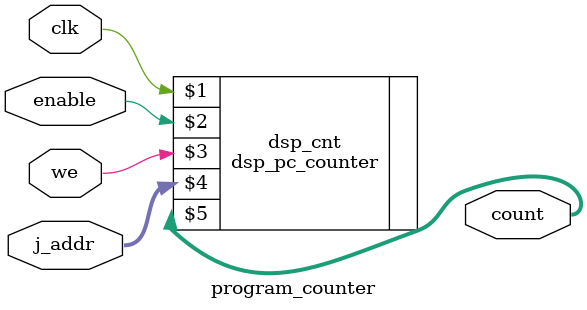
<source format=v>
`timescale 1ns / 1ps


module program_counter(
    input clk,
    input enable,
    input we,
    input [15:0] j_addr,
    output [15:0] count
    );
    
    // Uncomment this code to use a synthesized PC
    //reg cur_addr;
    //initial cur_addr = 0;
    
    //always @(clk) begin
    //    if (we) cur_addr <= j_addr;
    //    else
    //        if (enable) begin
    //            cur_addr <= cur_addr + 1;
    //        end
    //end
    
    //assign count = cur_addr;
    
    // Use DSP to save other board resources
    dsp_pc_counter dsp_cnt (clk, enable, we, j_addr, count);
    
endmodule

</source>
